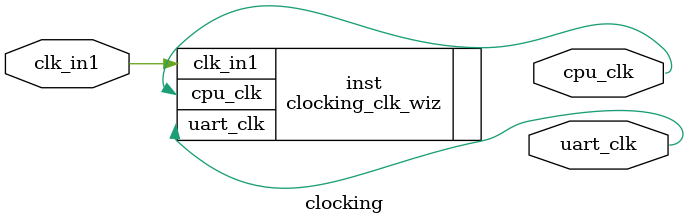
<source format=v>


`timescale 1ps/1ps

(* CORE_GENERATION_INFO = "clocking,clk_wiz_v6_0_2_0_0,{component_name=clocking,use_phase_alignment=true,use_min_o_jitter=false,use_max_i_jitter=false,use_dyn_phase_shift=false,use_inclk_switchover=false,use_dyn_reconfig=false,enable_axi=0,feedback_source=FDBK_AUTO,PRIMITIVE=MMCM,num_out_clk=2,clkin1_period=10.000,clkin2_period=10.000,use_power_down=false,use_reset=false,use_locked=false,use_inclk_stopped=false,feedback_type=SINGLE,CLOCK_MGR_TYPE=NA,manual_override=false}" *)

module clocking 
 (
  // Clock out ports
  output        cpu_clk,
  output        uart_clk,
 // Clock in ports
  input         clk_in1
 );

  clocking_clk_wiz inst
  (
  // Clock out ports  
  .cpu_clk(cpu_clk),
  .uart_clk(uart_clk),
 // Clock in ports
  .clk_in1(clk_in1)
  );

endmodule

</source>
